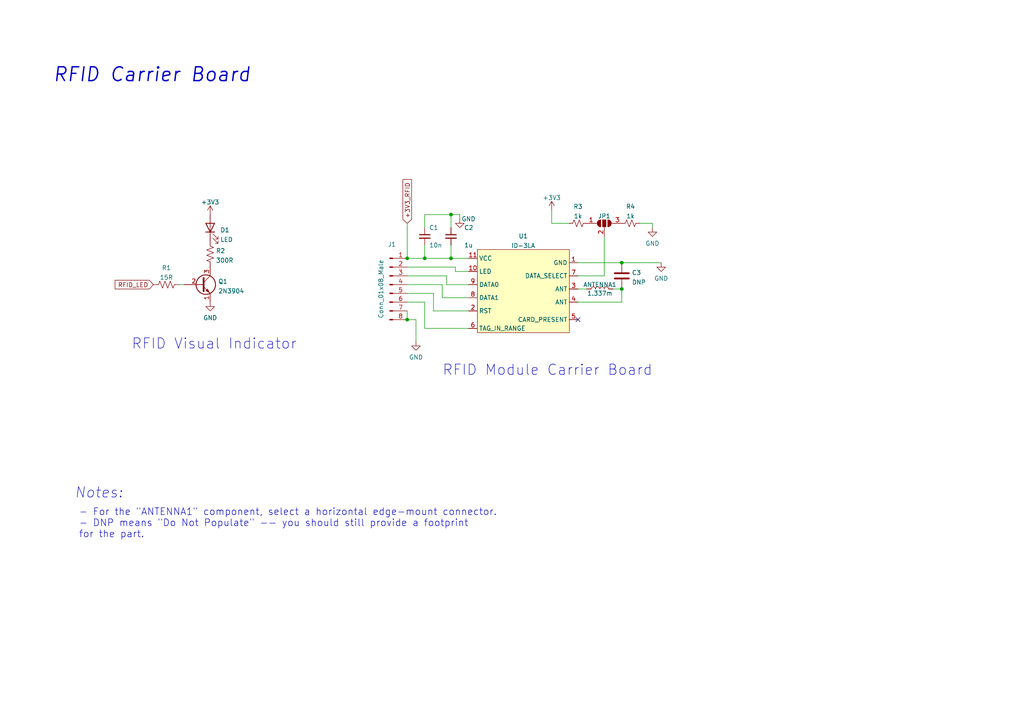
<source format=kicad_sch>
(kicad_sch (version 20211123) (generator eeschema)
  (paper "A4")
  (title_block (title "RFID Carrier board") (date "2022-03-03") (rev "0.0.1") (company "UIUC ECE Senior Design ") (comment 1 "Spring 2022"))
  (lib_symbols
    (symbol "Connector:Conn_01x08_Male" (pin_names (offset 1.016) hide)
      (property "Reference" "J" (at 0 10.16 0))
      (property "Value" "Conn_01x08_Male" (at 0 -12.7 0))
      (symbol "Conn_01x08_Male_1_1"
        (polyline (pts (xy 1.27 -10.16) (xy 0.8636 -10.16)) (stroke (width 0.1524)))
        (polyline (pts (xy 1.27 -7.62) (xy 0.8636 -7.62)) (stroke (width 0.1524)))
        (polyline (pts (xy 1.27 -5.08) (xy 0.8636 -5.08)) (stroke (width 0.1524)))
        (polyline (pts (xy 1.27 -2.54) (xy 0.8636 -2.54)) (stroke (width 0.1524)))
        (polyline (pts (xy 1.27 0) (xy 0.8636 0)) (stroke (width 0.1524)))
        (polyline (pts (xy 1.27 2.54) (xy 0.8636 2.54)) (stroke (width 0.1524)))
        (polyline (pts (xy 1.27 5.08) (xy 0.8636 5.08)) (stroke (width 0.1524)))
        (polyline (pts (xy 1.27 7.62) (xy 0.8636 7.62)) (stroke (width 0.1524)))
        (rectangle (start 0.8636 -10.033) (end 0 -10.287) (stroke (width 0.1524)) (fill (type outline)))
        (rectangle (start 0.8636 -7.493) (end 0 -7.747) (stroke (width 0.1524)) (fill (type outline)))
        (rectangle (start 0.8636 -4.953) (end 0 -5.207) (stroke (width 0.1524)) (fill (type outline)))
        (rectangle (start 0.8636 -2.413) (end 0 -2.667) (stroke (width 0.1524)) (fill (type outline)))
        (rectangle (start 0.8636 0.127) (end 0 -0.127) (stroke (width 0.1524)) (fill (type outline)))
        (rectangle (start 0.8636 2.667) (end 0 2.413) (stroke (width 0.1524)) (fill (type outline)))
        (rectangle (start 0.8636 5.207) (end 0 4.953) (stroke (width 0.1524)) (fill (type outline)))
        (rectangle (start 0.8636 7.747) (end 0 7.493) (stroke (width 0.1524)) (fill (type outline)))
        (pin passive line (at 5.08 7.62 180) (length 3.81) (name "Pin_1") (number "1"))
        (pin passive line (at 5.08 5.08 180) (length 3.81) (name "Pin_2") (number "2"))
        (pin passive line (at 5.08 2.54 180) (length 3.81) (name "Pin_3") (number "3"))
        (pin passive line (at 5.08 0 180) (length 3.81) (name "Pin_4") (number "4"))
        (pin passive line (at 5.08 -2.54 180) (length 3.81) (name "Pin_5") (number "5"))
        (pin passive line (at 5.08 -5.08 180) (length 3.81) (name "Pin_6") (number "6"))
        (pin passive line (at 5.08 -7.62 180) (length 3.81) (name "Pin_7") (number "7"))
        (pin passive line (at 5.08 -10.16 180) (length 3.81) (name "Pin_8") (number "8"))
      )
    )
    (symbol "Device:C" (pin_numbers hide) (pin_names (offset 0.254))
      (property "Reference" "C" (at 0.635 2.54 0))
      (property "Value" "C" (at 0.635 -2.54 0))
      (symbol "C_0_1"
        (polyline (pts (xy -2.032 -0.762) (xy 2.032 -0.762)) (stroke (width 0.508)))
        (polyline (pts (xy -2.032 0.762) (xy 2.032 0.762)) (stroke (width 0.508)))
      )
      (symbol "C_1_1"
        (pin passive line (at 0 3.81 270) (length 2.794) (name "~") (number "1"))
        (pin passive line (at 0 -3.81 90) (length 2.794) (name "~") (number "2"))
      )
    )
    (symbol "Device:C_Small" (pin_numbers hide) (pin_names (offset 0.254) hide)
      (property "Reference" "C" (at 0.254 1.778 0))
      (property "Value" "C_Small" (at 0.254 -2.032 0))
      (symbol "C_Small_0_1"
        (polyline (pts (xy -1.524 -0.508) (xy 1.524 -0.508)) (stroke (width 0.3302)))
        (polyline (pts (xy -1.524 0.508) (xy 1.524 0.508)) (stroke (width 0.3048)))
      )
      (symbol "C_Small_1_1"
        (pin passive line (at 0 2.54 270) (length 2.032) (name "~") (number "1"))
        (pin passive line (at 0 -2.54 90) (length 2.032) (name "~") (number "2"))
      )
    )
    (symbol "Device:L" (pin_numbers hide) (pin_names (offset 1.016) hide)
      (property "Reference" "L" (at -1.27 0 90))
      (property "Value" "L" (at 1.905 0 90))
      (symbol "L_0_1"
        (arc (start 0 -2.54) (mid 0.635 -1.905) (end 0 -1.27))
        (arc (start 0 -1.27) (mid 0.635 -0.635) (end 0 0))
        (arc (start 0 0) (mid 0.635 0.635) (end 0 1.27))
        (arc (start 0 1.27) (mid 0.635 1.905) (end 0 2.54))
      )
      (symbol "L_1_1"
        (pin passive line (at 0 3.81 270) (length 1.27) (name "1") (number "1"))
        (pin passive line (at 0 -3.81 90) (length 1.27) (name "2") (number "2"))
      )
    )
    (symbol "Device:LED" (pin_numbers hide) (pin_names (offset 1.016) hide)
      (property "Reference" "D" (at 0 2.54 0))
      (property "Value" "LED" (at 0 -2.54 0))
      (symbol "LED_0_1"
        (polyline (pts (xy -1.27 -1.27) (xy -1.27 1.27)) (stroke (width 0.254)))
        (polyline (pts (xy -1.27 0) (xy 1.27 0)))
        (polyline (pts (xy 1.27 -1.27) (xy 1.27 1.27) (xy -1.27 0) (xy 1.27 -1.27)) (stroke (width 0.254)))
        (polyline (pts (xy -3.048 -0.762) (xy -4.572 -2.286) (xy -3.81 -2.286) (xy -4.572 -2.286) (xy -4.572 -1.524)))
        (polyline (pts (xy -1.778 -0.762) (xy -3.302 -2.286) (xy -2.54 -2.286) (xy -3.302 -2.286) (xy -3.302 -1.524)))
      )
      (symbol "LED_1_1"
        (pin passive line (at -3.81 0 0) (length 2.54) (name "K") (number "1"))
        (pin passive line (at 3.81 0 180) (length 2.54) (name "A") (number "2"))
      )
    )
    (symbol "Device:R_Small_US" (pin_numbers hide) (pin_names (offset 0.254) hide)
      (property "Reference" "R" (at 0.762 0.508 0))
      (property "Value" "R_Small_US" (at 0.762 -1.016 0))
      (symbol "R_Small_US_1_1"
        (polyline (pts (xy 0 0) (xy 1.016 -0.381) (xy 0 -0.762) (xy -1.016 -1.143) (xy 0 -1.524)))
        (polyline (pts (xy 0 1.524) (xy 1.016 1.143) (xy 0 0.762) (xy -1.016 0.381) (xy 0 0)))
        (pin passive line (at 0 2.54 270) (length 1.016) (name "~") (number "1"))
        (pin passive line (at 0 -2.54 90) (length 1.016) (name "~") (number "2"))
      )
    )
    (symbol "Device:R_US" (pin_numbers hide) (pin_names (offset 0))
      (property "Reference" "R" (at 2.54 0 90))
      (property "Value" "R_US" (at -2.54 0 90))
      (symbol "R_US_0_1"
        (polyline (pts (xy 0 -2.286) (xy 0 -2.54)))
        (polyline (pts (xy 0 2.286) (xy 0 2.54)))
        (polyline (pts (xy 0 -0.762) (xy 1.016 -1.143) (xy 0 -1.524) (xy -1.016 -1.905) (xy 0 -2.286)))
        (polyline (pts (xy 0 0.762) (xy 1.016 0.381) (xy 0 0) (xy -1.016 -0.381) (xy 0 -0.762)))
        (polyline (pts (xy 0 2.286) (xy 1.016 1.905) (xy 0 1.524) (xy -1.016 1.143) (xy 0 0.762)))
      )
      (symbol "R_US_1_1"
        (pin passive line (at 0 3.81 270) (length 1.27) (name "~") (number "1"))
        (pin passive line (at 0 -3.81 90) (length 1.27) (name "~") (number "2"))
      )
    )
    (symbol "Jumper:SolderJumper_3_Open" (pin_names (offset 0) hide)
      (property "Reference" "JP" (at -2.54 -2.54 0))
      (property "Value" "SolderJumper_3_Open" (at 0 2.794 0))
      (symbol "SolderJumper_3_Open_0_1"
        (arc (start -1.016 1.016) (mid -2.032 0) (end -1.016 -1.016))
        (arc (start -1.016 1.016) (mid -2.032 0) (end -1.016 -1.016) (fill (type outline)))
        (rectangle (start -0.508 1.016) (end 0.508 -1.016) (fill (type outline)))
        (polyline (pts (xy -2.54 0) (xy -2.032 0)))
        (polyline (pts (xy -1.016 1.016) (xy -1.016 -1.016)))
        (polyline (pts (xy 0 -1.27) (xy 0 -1.016)))
        (polyline (pts (xy 1.016 1.016) (xy 1.016 -1.016)))
        (polyline (pts (xy 2.54 0) (xy 2.032 0)))
        (arc (start 1.016 -1.016) (mid 2.032 0) (end 1.016 1.016))
        (arc (start 1.016 -1.016) (mid 2.032 0) (end 1.016 1.016) (fill (type outline)))
      )
      (symbol "SolderJumper_3_Open_1_1"
        (pin passive line (at -5.08 0 0) (length 2.54) (name "A") (number "1"))
        (pin input line (at 0 -3.81 90) (length 2.54) (name "C") (number "2"))
        (pin passive line (at 5.08 0 180) (length 2.54) (name "B") (number "3"))
      )
    )
    (symbol "Transistor_BJT:2N3904" (pin_names (offset 0) hide)
      (property "Reference" "Q" (at 5.08 1.905 0))
      (property "Value" "2N3904" (at 5.08 0 0))
      (symbol "2N3904_0_1"
        (polyline (pts (xy 0.635 0.635) (xy 2.54 2.54)))
        (polyline (pts (xy 0.635 -0.635) (xy 2.54 -2.54) (xy 2.54 -2.54)))
        (polyline (pts (xy 0.635 1.905) (xy 0.635 -1.905) (xy 0.635 -1.905)) (stroke (width 0.508)))
        (polyline (pts (xy 1.27 -1.778) (xy 1.778 -1.27) (xy 2.286 -2.286) (xy 1.27 -1.778) (xy 1.27 -1.778)) (fill (type outline)))
        (circle (center 1.27 0) (radius 2.8194) (stroke (width 0.254)))
      )
      (symbol "2N3904_1_1"
        (pin passive line (at 2.54 -5.08 90) (length 2.54) (name "E") (number "1"))
        (pin passive line (at -5.08 0 0) (length 5.715) (name "B") (number "2"))
        (pin passive line (at 2.54 5.08 270) (length 2.54) (name "C") (number "3"))
      )
    )
    (symbol "new_symbols:ID-3LA"
      (property "Reference" "U" (at 13.97 2.54 0))
      (property "Value" "ID-3LA" (at 16.51 -1.27 0))
      (symbol "ID-3LA_0_0"
        (pin unspecified line (at 0 0 0) (length 2.54) (name "GND") (number "1"))
        (pin unspecified line (at 31.75 -2.54 180) (length 2.54) (name "LED") (number "10"))
        (pin unspecified line (at 31.75 1.27 180) (length 2.54) (name "VCC") (number "11"))
        (pin unspecified line (at 31.75 -13.97 180) (length 2.54) (name "RST") (number "2"))
        (pin unspecified line (at 0 -7.62 0) (length 2.54) (name "ANT") (number "3"))
        (pin unspecified line (at 0 -11.43 0) (length 2.54) (name "ANT") (number "4"))
        (pin unspecified line (at 0 -16.51 0) (length 2.54) (name "CARD_PRESENT") (number "5"))
        (pin unspecified line (at 31.75 -19.05 180) (length 2.54) (name "TAG_IN_RANGE") (number "6"))
        (pin unspecified line (at 0 -3.81 0) (length 2.54) (name "DATA_SELECT") (number "7"))
        (pin unspecified line (at 31.75 -10.16 180) (length 2.54) (name "DATA1") (number "8"))
        (pin unspecified line (at 31.75 -6.35 180) (length 2.54) (name "DATA0") (number "9"))
      )
      (symbol "ID-3LA_0_1"
        (rectangle (start 2.54 3.81) (end 29.21 -20.32) (stroke (width 0.1524)) (fill (type background)))
      )
    )
    (symbol "power:+3V3" (power) (pin_names (offset 0))
      (property "Value" "+3V3" (at 0 3.556 0))
      (symbol "+3V3_0_1"
        (polyline (pts (xy -0.762 1.27) (xy 0 2.54)))
        (polyline (pts (xy 0 0) (xy 0 2.54)))
        (polyline (pts (xy 0 2.54) (xy 0.762 1.27)))
      )
      (symbol "+3V3_1_1"
        (pin power_in line (at 0 0 90) (length 0) hide (name "+3V3") (number "1"))
      )
    )
    (symbol "power:GND" (power) (pin_names (offset 0))
      (property "Value" "GND" (at 0 -3.81 0))
      (symbol "GND_0_1"
        (polyline (pts (xy 0 0) (xy 0 -1.27) (xy 1.27 -1.27) (xy 0 -2.54) (xy -1.27 -1.27) (xy 0 -1.27)))
      )
      (symbol "GND_1_1"
        (pin power_in line (at 0 0 270) (length 0) hide (name "GND") (number "1"))
      )
    )
  )
  (junction (at 180.34 83.82))
  (junction (at 180.34 76.2))
  (junction (at 130.81 62.23))
  (junction (at 130.81 74.93))
  (junction (at 118.11 92.71))
  (junction (at 123.19 74.93))
  (junction (at 118.11 74.93))
  (no_connect (at 167.64 92.71))
  (wire (pts (xy 118.11 80.01) (xy 129.54 80.01)))
  (wire (pts (xy 189.23 64.77) (xy 185.42 64.77)))
  (wire (pts (xy 123.19 71.12) (xy 123.19 74.93)))
  (wire (pts (xy 123.19 74.93) (xy 130.81 74.93)))
  (wire (pts (xy 118.11 64.77) (xy 118.11 74.93)))
  (wire (pts (xy 123.19 62.23) (xy 130.81 62.23)))
  (wire (pts (xy 167.64 80.01) (xy 175.26 80.01)))
  (wire (pts (xy 123.19 62.23) (xy 123.19 66.04)))
  (wire (pts (xy 123.19 87.63) (xy 123.19 95.25)))
  (wire (pts (xy 175.26 80.01) (xy 175.26 68.58)))
  (wire (pts (xy 160.02 64.77) (xy 165.1 64.77)))
  (wire (pts (xy 120.65 92.71) (xy 120.65 99.06)))
  (wire (pts (xy 118.11 90.17) (xy 118.11 92.71)))
  (wire (pts (xy 132.08 77.47) (xy 132.08 78.74)))
  (wire (pts (xy 52.07 82.55) (xy 53.34 82.55)))
  (wire (pts (xy 118.11 87.63) (xy 123.19 87.63)))
  (wire (pts (xy 167.64 76.2) (xy 180.34 76.2)))
  (wire (pts (xy 167.64 83.82) (xy 170.18 83.82)))
  (wire (pts (xy 130.81 62.23) (xy 130.81 66.04)))
  (wire (pts (xy 130.81 62.23) (xy 133.35 62.23)))
  (wire (pts (xy 125.73 85.09) (xy 125.73 90.17)))
  (wire (pts (xy 128.27 86.36) (xy 135.89 86.36)))
  (wire (pts (xy 125.73 90.17) (xy 135.89 90.17)))
  (wire (pts (xy 118.11 92.71) (xy 120.65 92.71)))
  (wire (pts (xy 130.81 71.12) (xy 130.81 74.93)))
  (wire (pts (xy 167.64 87.63) (xy 180.34 87.63)))
  (wire (pts (xy 129.54 80.01) (xy 129.54 82.55)))
  (wire (pts (xy 189.23 66.04) (xy 189.23 64.77)))
  (wire (pts (xy 118.11 85.09) (xy 125.73 85.09)))
  (wire (pts (xy 180.34 87.63) (xy 180.34 83.82)))
  (wire (pts (xy 180.34 76.2) (xy 191.77 76.2)))
  (wire (pts (xy 123.19 95.25) (xy 135.89 95.25)))
  (wire (pts (xy 160.02 60.96) (xy 160.02 64.77)))
  (wire (pts (xy 118.11 74.93) (xy 123.19 74.93)))
  (wire (pts (xy 130.81 74.93) (xy 135.89 74.93)))
  (wire (pts (xy 128.27 82.55) (xy 128.27 86.36)))
  (wire (pts (xy 132.08 78.74) (xy 135.89 78.74)))
  (wire (pts (xy 180.34 83.82) (xy 177.8 83.82)))
  (wire (pts (xy 129.54 82.55) (xy 135.89 82.55)))
  (wire (pts (xy 133.35 62.23) (xy 133.35 63.5)))
  (wire (pts (xy 118.11 82.55) (xy 128.27 82.55)))
  (wire (pts (xy 118.11 77.47) (xy 132.08 77.47)))
  (text "Notes:" (at 21.59 144.78 0) (effects (font (size 3 3) italic) (justify left bottom)))
  (text "RFID Visual Indicator" (at 38.1 101.6 0) (effects (font (size 3 3)) (justify left bottom)))
  (text "RFID Module Carrier Board\n" (at 128.27 109.22 0) (effects (font (size 3 3)) (justify left bottom)))
  (text "RFID Carrier Board" (at 15.24 24.13 0) (effects (font (size 4 4) (thickness 0.4) bold italic) (justify left bottom)))
  (text "- For the \"ANTENNA1\" component, select a horizontal edge-mount connector. \n- DNP means \"Do Not Populate\" -- you should still provide a footprint \nfor the part. " (at 22.86 156.21 0) (effects (font (size 2 2)) (justify left bottom)))
  (global_label "+3V3_RFID" (shape input) (at 118.11 64.77 90) (property "Intersheet References" "${INTERSHEET_REFS}" (effects hide)))
  (global_label "RFID_LED" (shape input) (at 44.45 82.55 180) (property "Intersheet References" "${INTERSHEET_REFS}" (effects hide)))
  (symbol (lib_id "power:+3V3") (at 160.02 60.96 0) (unit 1)
    (property "Reference" "#PWR05" (effects hide))
    (property "Value" "+3V3" (at 160.02 57.3555 0))
  )
  (symbol (lib_id "Device:R_Small_US") (at 182.88 64.77 90) (unit 1)
    (property "Reference" "R4" (at 182.88 59.9145 90))
    (property "Value" "1k" (at 182.88 62.6896 90))
  )
  (symbol (lib_id "Device:R_Small_US") (at 167.64 64.77 90) (unit 1)
    (property "Reference" "R3" (at 167.64 59.9145 90))
    (property "Value" "1k" (at 167.64 62.6896 90))
  )
  (symbol (lib_id "Jumper:SolderJumper_3_Open") (at 175.26 64.77 0) (unit 1)
    (property "Reference" "JP1" (at 175.26 62.6895 0))
    (property "Value" "SolderJumper_3_Open" (effects hide))
  )
  (symbol (lib_id "Connector:Conn_01x08_Male") (at 113.03 82.55 0) (unit 1)
    (property "Reference" "J1" (at 113.665 70.8873 0))
    (property "Value" "Conn_01x08_Male" (at 110.49 83.82 90))
  )
  (symbol (lib_id "power:GND") (at 60.96 87.63 0) (unit 1)
    (property "Reference" "#PWR02" (effects hide))
    (property "Value" "GND" (at 60.96 92.1925 0))
  )
  (symbol (lib_id "power:GND") (at 120.65 99.06 0) (unit 1)
    (property "Reference" "#PWR03" (effects hide))
    (property "Value" "GND" (at 120.65 103.6225 0))
  )
  (symbol (lib_id "new_symbols:ID-3LA") (at 167.64 76.2 0) (mirror y) (unit 1)
    (property "Reference" "U1" (at 151.765 68.4743 0))
    (property "Value" "ID-3LA" (at 151.765 71.2494 0))
  )
  (symbol (lib_id "Device:R_US") (at 60.96 73.66 0) (unit 1)
    (property "Reference" "R2" (at 62.611 72.7515 0) (effects (justify left)))
    (property "Value" "300R" (at 62.611 75.5266 0) (effects (justify left)))
  )
  (symbol (lib_id "power:GND") (at 133.35 63.5 0) (unit 1)
    (property "Reference" "#PWR04" (effects hide))
    (property "Value" "GND" (at 135.89 63.5 0))
  )
  (symbol (lib_id "Device:C") (at 180.34 80.01 0) (unit 1)
    (property "Reference" "C3" (at 183.261 79.1015 0) (effects (justify left)))
    (property "Value" "DNP" (at 183.261 81.8766 0) (effects (justify left)))
  )
  (symbol (lib_id "Device:C_Small") (at 123.19 68.58 0) (unit 1)
    (property "Reference" "C1" (at 124.46 66.04 0) (effects (justify left)))
    (property "Value" "10n" (at 124.46 71.12 0) (effects (justify left)))
  )
  (symbol (lib_id "Transistor_BJT:2N3904") (at 58.42 82.55 0) (unit 1)
    (property "Reference" "Q1" (at 63.2714 81.6415 0) (effects (justify left)))
    (property "Value" "2N3904" (at 63.2714 84.4166 0) (effects (justify left)))
    (property "Datasheet" "https://www.onsemi.com/pub/Collateral/2N3903-D.PDF" (effects hide))
  )
  (symbol (lib_id "Device:L") (at 173.99 83.82 90) (unit 1)
    (property "Reference" "ANTENNA1" (at 173.99 82.55 90))
    (property "Value" "1.337m" (at 173.99 85.09 90))
  )
  (symbol (lib_id "power:GND") (at 191.77 76.2 0) (unit 1)
    (property "Reference" "#PWR07" (effects hide))
    (property "Value" "GND" (at 191.77 80.7625 0))
  )
  (symbol (lib_id "Device:R_US") (at 48.26 82.55 90) (unit 1)
    (property "Reference" "R1" (at 48.26 77.6945 90))
    (property "Value" "15R" (at 48.26 80.4696 90))
  )
  (symbol (lib_id "Device:C_Small") (at 130.81 68.58 0) (unit 1)
    (property "Reference" "C2" (at 134.62 66.04 0) (effects (justify left)))
    (property "Value" "1u" (at 134.62 71.12 0) (effects (justify left)))
  )
  (symbol (lib_id "power:GND") (at 189.23 66.04 0) (unit 1)
    (property "Reference" "#PWR06" (effects hide))
    (property "Value" "GND" (at 189.23 70.6025 0))
  )
  (symbol (lib_id "Device:LED") (at 60.96 66.04 90) (unit 1)
    (property "Reference" "D1" (at 63.881 66.719 90) (effects (justify right)))
    (property "Value" "LED" (at 63.881 69.4941 90) (effects (justify right)))
  )
  (symbol (lib_id "power:+3V3") (at 60.96 62.23 0) (unit 1)
    (property "Reference" "#PWR01" (effects hide))
    (property "Value" "+3V3" (at 60.96 58.6255 0))
  )
)
</source>
